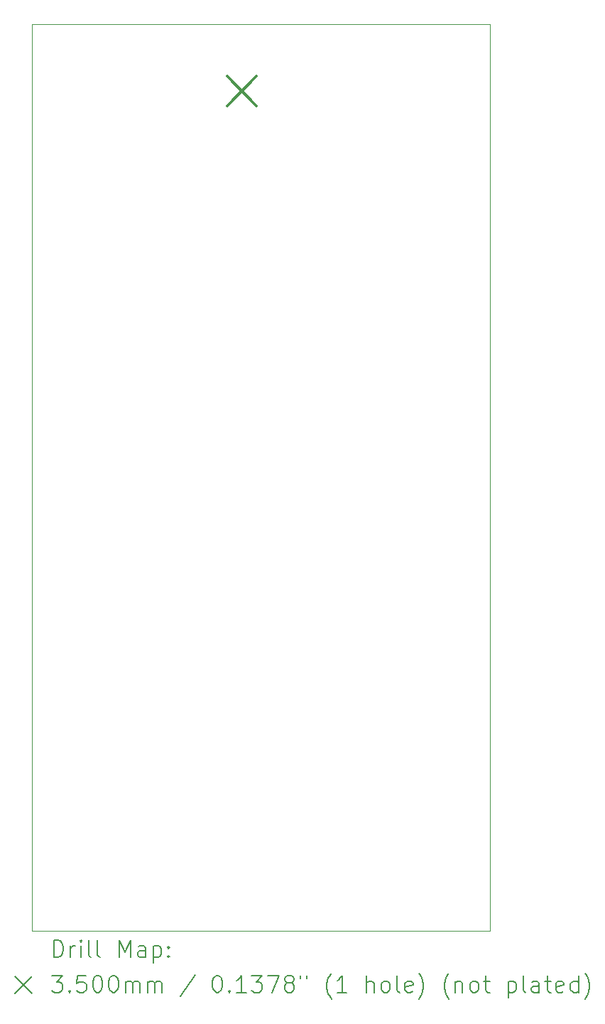
<source format=gbr>
%FSLAX45Y45*%
G04 Gerber Fmt 4.5, Leading zero omitted, Abs format (unit mm)*
G04 Created by KiCad (PCBNEW 6.0.1-79c1e3a40b~116~ubuntu21.04.1) date 2022-02-15 15:37:36*
%MOMM*%
%LPD*%
G01*
G04 APERTURE LIST*
%TA.AperFunction,Profile*%
%ADD10C,0.050000*%
%TD*%
%ADD11C,0.200000*%
%ADD12C,0.350000*%
G04 APERTURE END LIST*
D10*
X10922000Y-16256000D02*
X5461000Y-16256000D01*
X10922000Y-12573000D02*
X10922000Y-16256000D01*
X10922000Y-11049000D02*
X10922000Y-12573000D01*
X10922000Y-5461000D02*
X10922000Y-11049000D01*
X5461000Y-5461000D02*
X10922000Y-5461000D01*
X5461000Y-16256000D02*
X5461000Y-5461000D01*
D11*
D12*
X7786000Y-6081000D02*
X8136000Y-6431000D01*
X8136000Y-6081000D02*
X7786000Y-6431000D01*
D11*
X5716119Y-16568976D02*
X5716119Y-16368976D01*
X5763738Y-16368976D01*
X5792309Y-16378500D01*
X5811357Y-16397548D01*
X5820881Y-16416595D01*
X5830405Y-16454690D01*
X5830405Y-16483262D01*
X5820881Y-16521357D01*
X5811357Y-16540405D01*
X5792309Y-16559452D01*
X5763738Y-16568976D01*
X5716119Y-16568976D01*
X5916119Y-16568976D02*
X5916119Y-16435643D01*
X5916119Y-16473738D02*
X5925643Y-16454690D01*
X5935167Y-16445167D01*
X5954214Y-16435643D01*
X5973262Y-16435643D01*
X6039928Y-16568976D02*
X6039928Y-16435643D01*
X6039928Y-16368976D02*
X6030405Y-16378500D01*
X6039928Y-16388024D01*
X6049452Y-16378500D01*
X6039928Y-16368976D01*
X6039928Y-16388024D01*
X6163738Y-16568976D02*
X6144690Y-16559452D01*
X6135167Y-16540405D01*
X6135167Y-16368976D01*
X6268500Y-16568976D02*
X6249452Y-16559452D01*
X6239928Y-16540405D01*
X6239928Y-16368976D01*
X6497071Y-16568976D02*
X6497071Y-16368976D01*
X6563738Y-16511833D01*
X6630405Y-16368976D01*
X6630405Y-16568976D01*
X6811357Y-16568976D02*
X6811357Y-16464214D01*
X6801833Y-16445167D01*
X6782786Y-16435643D01*
X6744690Y-16435643D01*
X6725643Y-16445167D01*
X6811357Y-16559452D02*
X6792309Y-16568976D01*
X6744690Y-16568976D01*
X6725643Y-16559452D01*
X6716119Y-16540405D01*
X6716119Y-16521357D01*
X6725643Y-16502309D01*
X6744690Y-16492786D01*
X6792309Y-16492786D01*
X6811357Y-16483262D01*
X6906595Y-16435643D02*
X6906595Y-16635643D01*
X6906595Y-16445167D02*
X6925643Y-16435643D01*
X6963738Y-16435643D01*
X6982786Y-16445167D01*
X6992309Y-16454690D01*
X7001833Y-16473738D01*
X7001833Y-16530881D01*
X6992309Y-16549928D01*
X6982786Y-16559452D01*
X6963738Y-16568976D01*
X6925643Y-16568976D01*
X6906595Y-16559452D01*
X7087548Y-16549928D02*
X7097071Y-16559452D01*
X7087548Y-16568976D01*
X7078024Y-16559452D01*
X7087548Y-16549928D01*
X7087548Y-16568976D01*
X7087548Y-16445167D02*
X7097071Y-16454690D01*
X7087548Y-16464214D01*
X7078024Y-16454690D01*
X7087548Y-16445167D01*
X7087548Y-16464214D01*
X5258500Y-16798500D02*
X5458500Y-16998500D01*
X5458500Y-16798500D02*
X5258500Y-16998500D01*
X5697071Y-16788976D02*
X5820881Y-16788976D01*
X5754214Y-16865167D01*
X5782786Y-16865167D01*
X5801833Y-16874690D01*
X5811357Y-16884214D01*
X5820881Y-16903262D01*
X5820881Y-16950881D01*
X5811357Y-16969929D01*
X5801833Y-16979452D01*
X5782786Y-16988976D01*
X5725643Y-16988976D01*
X5706595Y-16979452D01*
X5697071Y-16969929D01*
X5906595Y-16969929D02*
X5916119Y-16979452D01*
X5906595Y-16988976D01*
X5897071Y-16979452D01*
X5906595Y-16969929D01*
X5906595Y-16988976D01*
X6097071Y-16788976D02*
X6001833Y-16788976D01*
X5992309Y-16884214D01*
X6001833Y-16874690D01*
X6020881Y-16865167D01*
X6068500Y-16865167D01*
X6087548Y-16874690D01*
X6097071Y-16884214D01*
X6106595Y-16903262D01*
X6106595Y-16950881D01*
X6097071Y-16969929D01*
X6087548Y-16979452D01*
X6068500Y-16988976D01*
X6020881Y-16988976D01*
X6001833Y-16979452D01*
X5992309Y-16969929D01*
X6230405Y-16788976D02*
X6249452Y-16788976D01*
X6268500Y-16798500D01*
X6278024Y-16808024D01*
X6287548Y-16827071D01*
X6297071Y-16865167D01*
X6297071Y-16912786D01*
X6287548Y-16950881D01*
X6278024Y-16969929D01*
X6268500Y-16979452D01*
X6249452Y-16988976D01*
X6230405Y-16988976D01*
X6211357Y-16979452D01*
X6201833Y-16969929D01*
X6192309Y-16950881D01*
X6182786Y-16912786D01*
X6182786Y-16865167D01*
X6192309Y-16827071D01*
X6201833Y-16808024D01*
X6211357Y-16798500D01*
X6230405Y-16788976D01*
X6420881Y-16788976D02*
X6439928Y-16788976D01*
X6458976Y-16798500D01*
X6468500Y-16808024D01*
X6478024Y-16827071D01*
X6487548Y-16865167D01*
X6487548Y-16912786D01*
X6478024Y-16950881D01*
X6468500Y-16969929D01*
X6458976Y-16979452D01*
X6439928Y-16988976D01*
X6420881Y-16988976D01*
X6401833Y-16979452D01*
X6392309Y-16969929D01*
X6382786Y-16950881D01*
X6373262Y-16912786D01*
X6373262Y-16865167D01*
X6382786Y-16827071D01*
X6392309Y-16808024D01*
X6401833Y-16798500D01*
X6420881Y-16788976D01*
X6573262Y-16988976D02*
X6573262Y-16855643D01*
X6573262Y-16874690D02*
X6582786Y-16865167D01*
X6601833Y-16855643D01*
X6630405Y-16855643D01*
X6649452Y-16865167D01*
X6658976Y-16884214D01*
X6658976Y-16988976D01*
X6658976Y-16884214D02*
X6668500Y-16865167D01*
X6687548Y-16855643D01*
X6716119Y-16855643D01*
X6735167Y-16865167D01*
X6744690Y-16884214D01*
X6744690Y-16988976D01*
X6839928Y-16988976D02*
X6839928Y-16855643D01*
X6839928Y-16874690D02*
X6849452Y-16865167D01*
X6868500Y-16855643D01*
X6897071Y-16855643D01*
X6916119Y-16865167D01*
X6925643Y-16884214D01*
X6925643Y-16988976D01*
X6925643Y-16884214D02*
X6935167Y-16865167D01*
X6954214Y-16855643D01*
X6982786Y-16855643D01*
X7001833Y-16865167D01*
X7011357Y-16884214D01*
X7011357Y-16988976D01*
X7401833Y-16779452D02*
X7230405Y-17036595D01*
X7658976Y-16788976D02*
X7678024Y-16788976D01*
X7697071Y-16798500D01*
X7706595Y-16808024D01*
X7716119Y-16827071D01*
X7725643Y-16865167D01*
X7725643Y-16912786D01*
X7716119Y-16950881D01*
X7706595Y-16969929D01*
X7697071Y-16979452D01*
X7678024Y-16988976D01*
X7658976Y-16988976D01*
X7639928Y-16979452D01*
X7630405Y-16969929D01*
X7620881Y-16950881D01*
X7611357Y-16912786D01*
X7611357Y-16865167D01*
X7620881Y-16827071D01*
X7630405Y-16808024D01*
X7639928Y-16798500D01*
X7658976Y-16788976D01*
X7811357Y-16969929D02*
X7820881Y-16979452D01*
X7811357Y-16988976D01*
X7801833Y-16979452D01*
X7811357Y-16969929D01*
X7811357Y-16988976D01*
X8011357Y-16988976D02*
X7897071Y-16988976D01*
X7954214Y-16988976D02*
X7954214Y-16788976D01*
X7935167Y-16817548D01*
X7916119Y-16836595D01*
X7897071Y-16846119D01*
X8078024Y-16788976D02*
X8201833Y-16788976D01*
X8135167Y-16865167D01*
X8163738Y-16865167D01*
X8182786Y-16874690D01*
X8192309Y-16884214D01*
X8201833Y-16903262D01*
X8201833Y-16950881D01*
X8192309Y-16969929D01*
X8182786Y-16979452D01*
X8163738Y-16988976D01*
X8106595Y-16988976D01*
X8087548Y-16979452D01*
X8078024Y-16969929D01*
X8268500Y-16788976D02*
X8401833Y-16788976D01*
X8316119Y-16988976D01*
X8506595Y-16874690D02*
X8487548Y-16865167D01*
X8478024Y-16855643D01*
X8468500Y-16836595D01*
X8468500Y-16827071D01*
X8478024Y-16808024D01*
X8487548Y-16798500D01*
X8506595Y-16788976D01*
X8544690Y-16788976D01*
X8563738Y-16798500D01*
X8573262Y-16808024D01*
X8582786Y-16827071D01*
X8582786Y-16836595D01*
X8573262Y-16855643D01*
X8563738Y-16865167D01*
X8544690Y-16874690D01*
X8506595Y-16874690D01*
X8487548Y-16884214D01*
X8478024Y-16893738D01*
X8468500Y-16912786D01*
X8468500Y-16950881D01*
X8478024Y-16969929D01*
X8487548Y-16979452D01*
X8506595Y-16988976D01*
X8544690Y-16988976D01*
X8563738Y-16979452D01*
X8573262Y-16969929D01*
X8582786Y-16950881D01*
X8582786Y-16912786D01*
X8573262Y-16893738D01*
X8563738Y-16884214D01*
X8544690Y-16874690D01*
X8658976Y-16788976D02*
X8658976Y-16827071D01*
X8735167Y-16788976D02*
X8735167Y-16827071D01*
X9030405Y-17065167D02*
X9020881Y-17055643D01*
X9001833Y-17027071D01*
X8992310Y-17008024D01*
X8982786Y-16979452D01*
X8973262Y-16931833D01*
X8973262Y-16893738D01*
X8982786Y-16846119D01*
X8992310Y-16817548D01*
X9001833Y-16798500D01*
X9020881Y-16769928D01*
X9030405Y-16760405D01*
X9211357Y-16988976D02*
X9097071Y-16988976D01*
X9154214Y-16988976D02*
X9154214Y-16788976D01*
X9135167Y-16817548D01*
X9116119Y-16836595D01*
X9097071Y-16846119D01*
X9449452Y-16988976D02*
X9449452Y-16788976D01*
X9535167Y-16988976D02*
X9535167Y-16884214D01*
X9525643Y-16865167D01*
X9506595Y-16855643D01*
X9478024Y-16855643D01*
X9458976Y-16865167D01*
X9449452Y-16874690D01*
X9658976Y-16988976D02*
X9639929Y-16979452D01*
X9630405Y-16969929D01*
X9620881Y-16950881D01*
X9620881Y-16893738D01*
X9630405Y-16874690D01*
X9639929Y-16865167D01*
X9658976Y-16855643D01*
X9687548Y-16855643D01*
X9706595Y-16865167D01*
X9716119Y-16874690D01*
X9725643Y-16893738D01*
X9725643Y-16950881D01*
X9716119Y-16969929D01*
X9706595Y-16979452D01*
X9687548Y-16988976D01*
X9658976Y-16988976D01*
X9839929Y-16988976D02*
X9820881Y-16979452D01*
X9811357Y-16960405D01*
X9811357Y-16788976D01*
X9992310Y-16979452D02*
X9973262Y-16988976D01*
X9935167Y-16988976D01*
X9916119Y-16979452D01*
X9906595Y-16960405D01*
X9906595Y-16884214D01*
X9916119Y-16865167D01*
X9935167Y-16855643D01*
X9973262Y-16855643D01*
X9992310Y-16865167D01*
X10001833Y-16884214D01*
X10001833Y-16903262D01*
X9906595Y-16922310D01*
X10068500Y-17065167D02*
X10078024Y-17055643D01*
X10097071Y-17027071D01*
X10106595Y-17008024D01*
X10116119Y-16979452D01*
X10125643Y-16931833D01*
X10125643Y-16893738D01*
X10116119Y-16846119D01*
X10106595Y-16817548D01*
X10097071Y-16798500D01*
X10078024Y-16769928D01*
X10068500Y-16760405D01*
X10430405Y-17065167D02*
X10420881Y-17055643D01*
X10401833Y-17027071D01*
X10392310Y-17008024D01*
X10382786Y-16979452D01*
X10373262Y-16931833D01*
X10373262Y-16893738D01*
X10382786Y-16846119D01*
X10392310Y-16817548D01*
X10401833Y-16798500D01*
X10420881Y-16769928D01*
X10430405Y-16760405D01*
X10506595Y-16855643D02*
X10506595Y-16988976D01*
X10506595Y-16874690D02*
X10516119Y-16865167D01*
X10535167Y-16855643D01*
X10563738Y-16855643D01*
X10582786Y-16865167D01*
X10592310Y-16884214D01*
X10592310Y-16988976D01*
X10716119Y-16988976D02*
X10697071Y-16979452D01*
X10687548Y-16969929D01*
X10678024Y-16950881D01*
X10678024Y-16893738D01*
X10687548Y-16874690D01*
X10697071Y-16865167D01*
X10716119Y-16855643D01*
X10744690Y-16855643D01*
X10763738Y-16865167D01*
X10773262Y-16874690D01*
X10782786Y-16893738D01*
X10782786Y-16950881D01*
X10773262Y-16969929D01*
X10763738Y-16979452D01*
X10744690Y-16988976D01*
X10716119Y-16988976D01*
X10839929Y-16855643D02*
X10916119Y-16855643D01*
X10868500Y-16788976D02*
X10868500Y-16960405D01*
X10878024Y-16979452D01*
X10897071Y-16988976D01*
X10916119Y-16988976D01*
X11135167Y-16855643D02*
X11135167Y-17055643D01*
X11135167Y-16865167D02*
X11154214Y-16855643D01*
X11192309Y-16855643D01*
X11211357Y-16865167D01*
X11220881Y-16874690D01*
X11230405Y-16893738D01*
X11230405Y-16950881D01*
X11220881Y-16969929D01*
X11211357Y-16979452D01*
X11192309Y-16988976D01*
X11154214Y-16988976D01*
X11135167Y-16979452D01*
X11344690Y-16988976D02*
X11325643Y-16979452D01*
X11316119Y-16960405D01*
X11316119Y-16788976D01*
X11506595Y-16988976D02*
X11506595Y-16884214D01*
X11497071Y-16865167D01*
X11478024Y-16855643D01*
X11439928Y-16855643D01*
X11420881Y-16865167D01*
X11506595Y-16979452D02*
X11487548Y-16988976D01*
X11439928Y-16988976D01*
X11420881Y-16979452D01*
X11411357Y-16960405D01*
X11411357Y-16941357D01*
X11420881Y-16922310D01*
X11439928Y-16912786D01*
X11487548Y-16912786D01*
X11506595Y-16903262D01*
X11573262Y-16855643D02*
X11649452Y-16855643D01*
X11601833Y-16788976D02*
X11601833Y-16960405D01*
X11611357Y-16979452D01*
X11630405Y-16988976D01*
X11649452Y-16988976D01*
X11792309Y-16979452D02*
X11773262Y-16988976D01*
X11735167Y-16988976D01*
X11716119Y-16979452D01*
X11706595Y-16960405D01*
X11706595Y-16884214D01*
X11716119Y-16865167D01*
X11735167Y-16855643D01*
X11773262Y-16855643D01*
X11792309Y-16865167D01*
X11801833Y-16884214D01*
X11801833Y-16903262D01*
X11706595Y-16922310D01*
X11973262Y-16988976D02*
X11973262Y-16788976D01*
X11973262Y-16979452D02*
X11954214Y-16988976D01*
X11916119Y-16988976D01*
X11897071Y-16979452D01*
X11887548Y-16969929D01*
X11878024Y-16950881D01*
X11878024Y-16893738D01*
X11887548Y-16874690D01*
X11897071Y-16865167D01*
X11916119Y-16855643D01*
X11954214Y-16855643D01*
X11973262Y-16865167D01*
X12049452Y-17065167D02*
X12058976Y-17055643D01*
X12078024Y-17027071D01*
X12087548Y-17008024D01*
X12097071Y-16979452D01*
X12106595Y-16931833D01*
X12106595Y-16893738D01*
X12097071Y-16846119D01*
X12087548Y-16817548D01*
X12078024Y-16798500D01*
X12058976Y-16769928D01*
X12049452Y-16760405D01*
M02*

</source>
